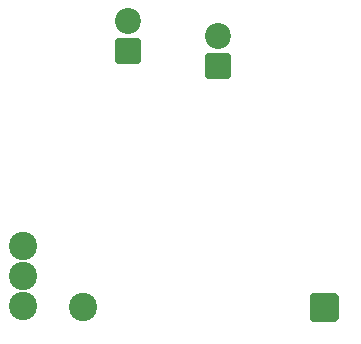
<source format=gbr>
%TF.GenerationSoftware,KiCad,Pcbnew,(5.1.9)-1*%
%TF.CreationDate,2021-04-10T08:00:10+02:00*%
%TF.ProjectId,Fledermaus3,466c6564-6572-46d6-9175-73332e6b6963,rev?*%
%TF.SameCoordinates,Original*%
%TF.FileFunction,Soldermask,Top*%
%TF.FilePolarity,Negative*%
%FSLAX46Y46*%
G04 Gerber Fmt 4.6, Leading zero omitted, Abs format (unit mm)*
G04 Created by KiCad (PCBNEW (5.1.9)-1) date 2021-04-10 08:00:10*
%MOMM*%
%LPD*%
G01*
G04 APERTURE LIST*
%ADD10C,2.200000*%
%ADD11C,2.400000*%
G04 APERTURE END LIST*
%TO.C,D1*%
G36*
G01*
X-4180000Y5250000D02*
X-5980000Y5250000D01*
G75*
G02*
X-6180000Y5450000I0J200000D01*
G01*
X-6180000Y7250000D01*
G75*
G02*
X-5980000Y7450000I200000J0D01*
G01*
X-4180000Y7450000D01*
G75*
G02*
X-3980000Y7250000I0J-200000D01*
G01*
X-3980000Y5450000D01*
G75*
G02*
X-4180000Y5250000I-200000J0D01*
G01*
G37*
D10*
X-5080000Y8890000D03*
%TD*%
%TO.C,D2*%
X2540000Y7620000D03*
G36*
G01*
X3440000Y3980000D02*
X1640000Y3980000D01*
G75*
G02*
X1440000Y4180000I0J200000D01*
G01*
X1440000Y5980000D01*
G75*
G02*
X1640000Y6180000I200000J0D01*
G01*
X3440000Y6180000D01*
G75*
G02*
X3640000Y5980000I0J-200000D01*
G01*
X3640000Y4180000D01*
G75*
G02*
X3440000Y3980000I-200000J0D01*
G01*
G37*
%TD*%
D11*
%TO.C,S1*%
X-13970000Y-15240000D03*
X-13970000Y-12700000D03*
X-13970000Y-10160000D03*
%TD*%
%TO.C,U1*%
X-8890000Y-15370001D03*
G36*
G01*
X10361600Y-16370001D02*
X10361600Y-14370001D01*
G75*
G02*
X10561600Y-14170001I200000J0D01*
G01*
X12561600Y-14170001D01*
G75*
G02*
X12761600Y-14370001I0J-200000D01*
G01*
X12761600Y-16370001D01*
G75*
G02*
X12561600Y-16570001I-200000J0D01*
G01*
X10561600Y-16570001D01*
G75*
G02*
X10361600Y-16370001I0J200000D01*
G01*
G37*
%TD*%
M02*

</source>
